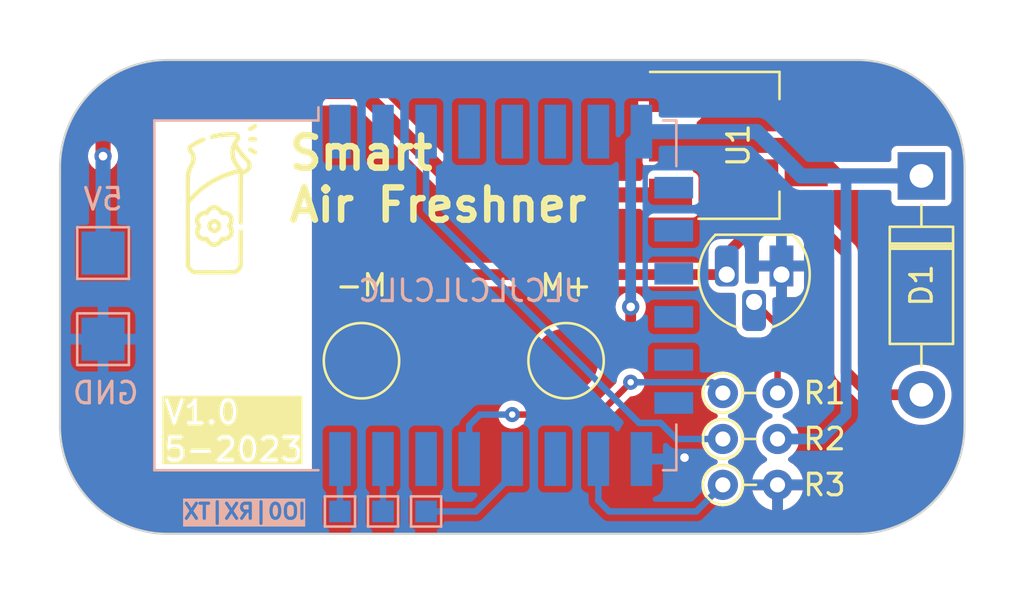
<source format=kicad_pcb>
(kicad_pcb (version 20221018) (generator pcbnew)
  (layers (0 "F.Cu" signal) (31 "B.Cu" signal) (34 "B.Paste" user) (35 "F.Paste" user) (36 "B.SilkS" user "B.Silkscreen") (37 "F.SilkS" user "F.Silkscreen") (38 "B.Mask" user) (39 "F.Mask" user) (44 "Edge.Cuts" user))
  (net 0 "")
  (net 1 "+3.3V")
  (net 2 "Net-(U3-EN)")
  (net 3 "Net-(U3-GPIO15)")
  (net 4 "GND")
  (net 14 "/IO0")
  (net 15 "/M-")
  (net 16 "Net-(Q1-B)")
  (net 17 "/MOTOR")
  (net 18 "/TX")
  (net 19 "/RX")
  (net 20 "+5V")
  (footprint "Package_TO_SOT_SMD:SOT-223-3_TabPin2" (layer "F.Cu") (at 160.785546 96.250022)
    (fp_text reference "U1" (at 0 0 90) (layer "F.SilkS"))
    (fp_text value "AMS1117-3.3" hide)
    (fp_line (start -4.1 -3.41) (end 1.91 -3.41) (stroke (width 0.12)) (layer "F.SilkS"))
    (fp_line (start -1.85 3.41) (end 1.91 3.41) (stroke (width 0.12)) (layer "F.SilkS"))
    (fp_line (start 1.91 -3.41) (end 1.91 -2.15) (stroke (width 0.12)) (layer "F.SilkS"))
    (fp_line (start 1.91 3.41) (end 1.91 2.15) (stroke (width 0.12)) (layer "F.SilkS"))
    (pad "1" smd rect (at -3.15 -2.3) (size 2 1.5) (layers "F.Cu" "F.Paste" "F.Mask") (net 4 "GND"))
    (pad "2" smd rect (at -3.15 0) (size 2 1.5) (layers "F.Cu" "F.Paste" "F.Mask") (net 1 "+3.3V"))
    (pad "2" smd rect (at 3.15 0) (size 2 3.8) (layers "F.Cu" "F.Paste" "F.Mask") (net 1 "+3.3V"))
    (pad "3" smd rect (at -3.15 2.3) (size 2 1.5) (layers "F.Cu" "F.Paste" "F.Mask") (net 20 "+5V"))
  )
  (footprint "TestPoint:TestPoint_Pad_D3.0mm" (layer "F.Cu") (at 152.785546 106.250022)
    (fp_text reference "TP6" hide)
    (fp_text value "M+" (at 0 -3.5) (layer "F.SilkS" knockout))
    (fp_circle (center 0 0) (end 0 1.75) (stroke (width 0.12)) (fill none) (layer "F.SilkS"))
    (pad "1" smd circle (at 0 0) (size 3 3) (layers "F.Cu" "F.Mask") (net 1 "+3.3V"))
  )
  (footprint "Diode_THT:D_DO-41_SOD81_P10.16mm_Horizontal" (layer "F.Cu") (at 169.285546 97.670022 -90)
    (fp_text reference "D1" (at 5.08 0 90) (layer "F.SilkS"))
    (fp_text value "1N4007" hide)
    (fp_line (start 1.34 0) (end 2.36 0) (stroke (width 0.12)) (layer "F.SilkS"))
    (fp_line (start 2.36 -1.47) (end 2.36 1.47) (stroke (width 0.12)) (layer "F.SilkS"))
    (fp_line (start 2.36 1.47) (end 7.8 1.47) (stroke (width 0.12)) (layer "F.SilkS"))
    (fp_line (start 3.14 -1.47) (end 3.14 1.47) (stroke (width 0.12)) (layer "F.SilkS"))
    (fp_line (start 3.26 -1.47) (end 3.26 1.47) (stroke (width 0.12)) (layer "F.SilkS"))
    (fp_line (start 3.38 -1.47) (end 3.38 1.47) (stroke (width 0.12)) (layer "F.SilkS"))
    (fp_line (start 7.8 -1.47) (end 2.36 -1.47) (stroke (width 0.12)) (layer "F.SilkS"))
    (fp_line (start 7.8 1.47) (end 7.8 -1.47) (stroke (width 0.12)) (layer "F.SilkS"))
    (fp_line (start 8.82 0) (end 7.8 0) (stroke (width 0.12)) (layer "F.SilkS"))
    (pad "1" thru_hole rect (at 0 0 270) (size 2.2 2.2) (drill 1.1) (layers "*.Cu" "*.Mask") (net 1 "+3.3V"))
    (pad "2" thru_hole oval (at 10.16 0 270) (size 2.2 2.2) (drill 1.1) (layers "*.Cu" "*.Mask") (net 15 "/M-"))
  )
  (footprint "Package_TO_SOT_THT:TO-92_HandSolder" (layer "F.Cu") (at 162.785546 102.250022 180)
    (fp_text reference "Q1" hide)
    (fp_text value "2N2222" hide)
    (fp_line (start -0.53 1.85) (end 3.07 1.85) (stroke (width 0.12)) (layer "F.SilkS"))
    (fp_arc (start -0.541875 1.841741) (mid -1.247231 -0.581764) (end 0.45 -2.45) (stroke (width 0.12)) (layer "F.SilkS"))
    (fp_arc (start 2.05 -2.45) (mid 3.769931 -0.601036) (end 3.078445 1.827684) (stroke (width 0.12)) (layer "F.SilkS"))
    (pad "1" thru_hole rect (at 0 0 180) (size 1.1 1.9) (drill 0.75 (offset 0 0.4)) (layers "*.Cu" "*.Mask") (net 4 "GND"))
    (pad "2" thru_hole roundrect (at 1.27 -1.27 180) (size 1.1 1.9) (drill 0.75 (offset 0 -0.4)) (layers "*.Cu" "*.Mask") (net 16 "Net-(Q1-B)"))
    (pad "3" thru_hole roundrect (at 2.54 0 180) (size 1.1 1.9) (drill 0.75 (offset 0 0.4)) (layers "*.Cu" "*.Mask") (net 15 "/M-"))
  )
  (footprint "TestPoint:TestPoint_Pad_D3.0mm" (layer "F.Cu") (at 143.285546 106.250022)
    (fp_text reference "TP7" hide)
    (fp_text value "M-" (at 0 -3.5) (layer "F.SilkS" knockout) (effects (justify mirror)))
    (fp_circle (center 0 0) (end 0 1.75) (stroke (width 0.12)) (fill none) (layer "F.SilkS"))
    (pad "1" smd circle (at 0 0) (size 3 3) (layers "F.Cu" "F.Mask") (net 15 "/M-"))
  )
  (footprint "LOGO" (layer "F.Cu") (at 136.785546 98.750022)
    (fp_text reference "G***" hide)
    (fp_text value "LOGO" hide)
    (fp_poly (pts (xy 1.354637 -2.400068) (xy 1.39911 -2.380691) (xy 1.453389 -2.352779) (xy 1.511317 -2.319916) (xy 1.566739 -2.285687) (xy 1.613498 -2.253678) (xy 1.645437 -2.227474) (xy 1.655072 -2.215764) (xy 1.667993 -2.167412) (xy 1.653738 -2.12185) (xy 1.63514 -2.098947) (xy 1.605365 -2.076352) (xy 1.572168 -2.068121) (xy 1.531176 -2.075016) (xy 1.478015 -2.0978) (xy 1.408311 -2.137234) (xy 1.405423 -2.138982) (xy 1.337247 -2.181089) (xy 1.289409 -2.213201) (xy 1.258389 -2.238708) (xy 1.240666 -2.260996) (xy 1.23272 -2.283456) (xy 1.231018 -2.306859) (xy 1.242512 -2.356207) (xy 1.27345 -2.391471) (xy 1.318515 -2.407035) (xy 1.326128 -2.407323)) (fill solid) (layer "F.SilkS"))
    (fp_poly (pts (xy 1.602854 -3.490672) (xy 1.638519 -3.463675) (xy 1.663058 -3.429074) (xy 1.668713 -3.405538) (xy 1.665239 -3.377496) (xy 1.652458 -3.351835) (xy 1.626832 -3.325055) (xy 1.584822 -3.293658) (xy 1.52289 -3.254144) (xy 1.503978 -3.242647) (xy 1.428719 -3.199572) (xy 1.370933 -3.172791) (xy 1.326793 -3.161439) (xy 1.292471 -3.164646) (xy 1.264137 -3.181545) (xy 1.258374 -3.186968) (xy 1.235275 -3.227398) (xy 1.232295 -3.274929) (xy 1.249178 -3.318657) (xy 1.261793 -3.332964) (xy 1.296653 -3.359943) (xy 1.344979 -3.391759) (xy 1.400484 -3.424917) (xy 1.456878 -3.455922) (xy 1.507872 -3.481281) (xy 1.547179 -3.497499) (xy 1.56523 -3.501561)) (fill solid) (layer "F.SilkS"))
    (fp_poly (pts (xy 1.515346 -2.885683) (xy 1.561219 -2.883878) (xy 1.591399 -2.879592) (xy 1.611718 -2.871779) (xy 1.628004 -2.859393) (xy 1.63514 -2.852479) (xy 1.658466 -2.819144) (xy 1.668693 -2.784707) (xy 1.668713 -2.783468) (xy 1.65923 -2.749363) (xy 1.636295 -2.715632) (xy 1.63514 -2.714456) (xy 1.618912 -2.699887) (xy 1.601159 -2.690276) (xy 1.576103 -2.684599) (xy 1.537964 -2.68183) (xy 1.480966 -2.680942) (xy 1.446033 -2.680883) (xy 1.378052 -2.681268) (xy 1.331768 -2.683068) (xy 1.301524 -2.687248) (xy 1.281663 -2.694776) (xy 1.26653 -2.706618) (xy 1.260758 -2.71254) (xy 1.235598 -2.756583) (xy 1.233714 -2.804643) (xy 1.254992 -2.848249) (xy 1.262675 -2.856312) (xy 1.279068 -2.869401) (xy 1.298788 -2.877991) (xy 1.327615 -2.88301) (xy 1.371331 -2.885385) (xy 1.435717 -2.886044) (xy 1.447949 -2.886053)) (fill solid) (layer "F.SilkS"))
    (fp_poly (pts (xy -0.240135 0.928142) (xy -0.163315 0.962782) (xy -0.093941 1.022595) (xy -0.087365 1.029915) (xy -0.032615 1.110251) (xy -0.004245 1.195014) (xy -0.002257 1.281393) (xy -0.02665 1.366579) (xy -0.077424 1.447762) (xy -0.087365 1.459477) (xy -0.159597 1.522762) (xy -0.24123 1.561121) (xy -0.329118 1.57389) (xy -0.420118 1.560407) (xy -0.472449 1.540593) (xy -0.55224 1.48966) (xy -0.610838 1.422004) (xy -0.646949 1.339676) (xy -0.659278 1.244725) (xy -0.659278 1.244696) (xy -0.451373 1.244696) (xy -0.44586 1.286403) (xy -0.424779 1.318243) (xy -0.40929 1.332387) (xy -0.366515 1.360403) (xy -0.325224 1.366177) (xy -0.281216 1.35443) (xy -0.252119 1.333406) (xy -0.22628 1.299103) (xy -0.22308 1.29288) (xy -0.209035 1.258992) (xy -0.208205 1.233731) (xy -0.220589 1.20177) (xy -0.22308 1.196512) (xy -0.257909 1.149377) (xy -0.303224 1.125902) (xy -0.35413 1.127126) (xy -0.405732 1.154088) (xy -0.40929 1.157005) (xy -0.439128 1.188961) (xy -0.450479 1.224701) (xy -0.451373 1.244696) (xy -0.659278 1.244696) (xy -0.646744 1.151739) (xy -0.61123 1.070041) (xy -0.555863 1.002702) (xy -0.483776 0.952822) (xy -0.398097 0.9235) (xy -0.328271 0.916859)) (fill solid) (layer "F.SilkS"))
    (fp_poly (pts (xy -0.236206 0.279772) (xy -0.209785 0.285959) (xy -0.135301 0.31718) (xy -0.06147 0.367582) (xy 0.002504 0.430361) (xy 0.024376 0.459011) (xy 0.050194 0.495068) (xy 0.071436 0.515974) (xy 0.097325 0.526836) (xy 0.137086 0.532759) (xy 0.161954 0.535173) (xy 0.272687 0.557878) (xy 0.36958 0.604046) (xy 0.438856 0.659255) (xy 0.503851 0.740593) (xy 0.546923 0.834417) (xy 0.56716 0.935689) (xy 0.563648 1.039376) (xy 0.535473 1.14044) (xy 0.528873 1.155475) (xy 0.491077 1.23723) (xy 0.528053 1.310311) (xy 0.555112 1.378653) (xy 0.569006 1.455264) (xy 0.571101 1.4816) (xy 0.567921 1.584321) (xy 0.543281 1.674262) (xy 0.495102 1.756741) (xy 0.438474 1.820667) (xy 0.361847 1.883905) (xy 0.281455 1.923544) (xy 0.18951 1.943044) (xy 0.157297 1.945549) (xy 0.11471 1.9497) (xy 0.088134 1.960754) (xy 0.066226 1.985106) (xy 0.053643 2.004011) (xy -0.016403 2.089894) (xy -0.101426 2.15561) (xy -0.197496 2.199322) (xy -0.300682 2.219194) (xy -0.397597 2.214986) (xy -0.447743 2.202461) (xy -0.503717 2.181927) (xy -0.528086 2.170673) (xy -0.57714 2.139765) (xy -0.627597 2.098187) (xy -0.67266 2.05259) (xy -0.705534 2.009628) (xy -0.717462 1.985298) (xy -0.726788 1.967992) (xy -0.745542 1.959152) (xy -0.781232 1.956127) (xy -0.80057 1.955951) (xy -0.901729 1.942744) (xy -0.99752 1.904985) (xy -1.083381 1.845466) (xy -1.154753 1.766978) (xy -1.183606 1.721447) (xy -1.202972 1.684009) (xy -1.214979 1.65122) (xy -1.22135 1.614435) (xy -1.223811 1.565009) (xy -1.22413 1.518255) (xy -1.223153 1.453255) (xy -1.219252 1.407023) (xy -1.210885 1.371003) (xy -1.19651 1.336642) (xy -1.188607 1.32121) (xy -1.153133 1.254106) (xy -1.195315 1.172317) (xy -1.229529 1.077259) (xy -1.237781 0.991677) (xy -1.025849 0.991677) (xy -1.011057 1.064376) (xy -0.977208 1.132311) (xy -0.974808 1.135756) (xy -0.939859 1.191381) (xy -0.92421 1.235802) (xy -0.926619 1.275881) (xy -0.942737 1.313086) (xy -0.98497 1.392192) (xy -1.011854 1.454717) (xy -1.024276 1.50609) (xy -1.023128 1.551745) (xy -1.009298 1.597113) (xy -0.994351 1.628226) (xy -0.948548 1.6899) (xy -0.887962 1.728977) (xy -0.811883 1.745799) (xy -0.752288 1.744827) (xy -0.685385 1.743422) (xy -0.634919 1.755864) (xy -0.594414 1.785903) (xy -0.557396 1.837288) (xy -0.540695 1.867337) (xy -0.492189 1.938823) (xy -0.434564 1.985167) (xy -0.366006 2.007588) (xy -0.328271 2.010213) (xy -0.257328 1.998842) (xy -0.212008 1.979662) (xy -0.168029 1.946329) (xy -0.132021 1.897044) (xy -0.119654 1.873883) (xy -0.085282 1.811948) (xy -0.051965 1.771763) (xy -0.012882 1.748882) (xy 0.03879 1.738858) (xy 0.090215 1.737103) (xy 0.181246 1.729762) (xy 0.251544 1.707019) (xy 0.303683 1.667797) (xy 0.325827 1.638363) (xy 0.357674 1.572272) (xy 0.367303 1.509359) (xy 0.354369 1.444198) (xy 0.318524 1.371362) (xy 0.307663 1.353978) (xy 0.274428 1.293545) (xy 0.262111 1.242268) (xy 0.270715 1.191727) (xy 0.300243 1.1335) (xy 0.307755 1.121594) (xy 0.3359 1.073485) (xy 0.350416 1.0333) (xy 0.355386 0.988122) (xy 0.355628 0.970201) (xy 0.345502 0.893093) (xy 0.313876 0.831946) (xy 0.258877 0.783696) (xy 0.232415 0.768594) (xy 0.191917 0.750558) (xy 0.154929 0.742894) (xy 0.108745 0.743617) (xy 0.085939 0.745698) (xy 0.014101 0.746552) (xy -0.039633 0.730437) (xy -0.080519 0.694617) (xy -0.110601 0.643434) (xy -0.157272 0.565447) (xy -0.213538 0.512683) (xy -0.280424 0.484386) (xy -0.33378 0.478729) (xy -0.411499 0.491424) (xy -0.478462 0.528738) (xy -0.533083 0.589517) (xy -0.563221 0.645631) (xy -0.588122 0.693787) (xy -0.617249 0.725215) (xy -0.656786 0.743208) (xy -0.712917 0.751061) (xy -0.763462 0.752289) (xy -0.842629 0.757362) (xy -0.902879 0.774754) (xy -0.95111 0.807718) (xy -0.994218 0.859511) (xy -0.995945 0.862038) (xy -1.021005 0.921727) (xy -1.025849 0.991677) (xy -1.237781 0.991677) (xy -1.239255 0.976394) (xy -1.225205 0.874555) (xy -1.188091 0.776576) (xy -1.128626 0.687289) (xy -1.122776 0.680496) (xy -1.06324 0.628848) (xy -0.985775 0.585052) (xy -0.89959 0.553523) (xy -0.8299 0.540031) (xy -0.781829 0.53379) (xy -0.752743 0.525195) (xy -0.734336 0.510054) (xy -0.718299 0.484173) (xy -0.717958 0.483541) (xy -0.673562 0.422964) (xy -0.609888 0.365148) (xy -0.534724 0.316809) (xy -0.5111 0.30516) (xy -0.426949 0.279204) (xy -0.331749 0.270513)) (fill solid) (layer "F.SilkS"))
    (fp_poly (pts (xy 0.56441 -3.116712) (xy 0.632591 -3.11295) (xy 0.685155 -3.104964) (xy 0.725989 -3.092005) (xy 0.758983 -3.073324) (xy 0.788026 -3.048173) (xy 0.804915 -3.029957) (xy 0.851077 -2.962683) (xy 0.871844 -2.893491) (xy 0.867182 -2.820251) (xy 0.837058 -2.740833) (xy 0.799292 -2.678206) (xy 0.772353 -2.638645) (xy 0.754708 -2.608133) (xy 0.747176 -2.581444) (xy 0.750577 -2.553353) (xy 0.765728 -2.518636) (xy 0.79345 -2.472065) (xy 0.834561 -2.408417) (xy 0.843821 -2.394167) (xy 0.920813 -2.28166) (xy 1.003476 -2.173779) (xy 1.097411 -2.063593) (xy 1.203487 -1.949111) (xy 1.27414 -1.872454) (xy 1.326204 -1.808185) (xy 1.362262 -1.751365) (xy 1.384895 -1.697059) (xy 1.396687 -1.64033) (xy 1.40022 -1.576239) (xy 1.400226 -1.572967) (xy 1.392154 -1.478899) (xy 1.365684 -1.397545) (xy 1.317438 -1.319582) (xy 1.300755 -1.298528) (xy 1.249826 -1.251322) (xy 1.182654 -1.208777) (xy 1.110305 -1.177129) (xy 1.063839 -1.165022) (xy 1.005331 -1.155036) (xy 0.998492 -0.001937) (xy 0.997265 0.202337) (xy 0.996132 0.381004) (xy 0.995044 0.535812) (xy 0.99395 0.668508) (xy 0.992801 0.780842) (xy 0.991548 0.874562) (xy 0.990139 0.951415) (xy 0.988526 1.01315) (xy 0.986659 1.061515) (xy 0.984488 1.098258) (xy 0.981964 1.125127) (xy 0.979035 1.143871) (xy 0.975654 1.156238) (xy 0.971769 1.163976) (xy 0.967331 1.168833) (xy 0.965103 1.170572) (xy 0.919545 1.189164) (xy 0.871036 1.186176) (xy 0.829665 1.162779) (xy 0.821671 1.153944) (xy 0.816654 1.147192) (xy 0.812267 1.139347) (xy 0.808467 1.128635) (xy 0.805212 1.113283) (xy 0.802461 1.091517) (xy 0.800171 1.061564) (xy 0.798299 1.021649) (xy 0.796804 0.969999) (xy 0.795643 0.90484) (xy 0.794774 0.8244) (xy 0.794154 0.726903) (xy 0.793742 0.610577) (xy 0.793495 0.473648) (xy 0.793371 0.314342) (xy 0.793328 0.130885) (xy 0.793323 -0.036039) (xy 0.793233 -0.211078) (xy 0.792972 -0.378044) (xy 0.792553 -0.534943) (xy 0.791991 -0.679782) (xy 0.791297 -0.810567) (xy 0.790487 -0.925305) (xy 0.789573 -1.022002) (xy 0.788568 -1.098663) (xy 0.787486 -1.153296) (xy 0.786341 -1.183907) (xy 0.785543 -1.189984) (xy 0.769835 -1.186819) (xy 0.733549 -1.178273) (xy 0.682601 -1.165765) (xy 0.639827 -1.155019) (xy 0.334153 -1.063736) (xy 0.036813 -0.947475) (xy -0.25017 -0.807504) (xy -0.524775 -0.645092) (xy -0.78498 -0.461509) (xy -1.028764 -0.258024) (xy -1.254105 -0.035906) (xy -1.391836 0.120393) (xy -1.463543 0.20659) (xy -1.463217 1.604453) (xy -1.463049 1.807252) (xy -1.462652 2.001005) (xy -1.46204 2.183963) (xy -1.461231 2.354378) (xy -1.460238 2.510502) (xy -1.459078 2.650586) (xy -1.457765 2.772883) (xy -1.456315 2.875644) (xy -1.454744 2.957121) (xy -1.453067 3.015565) (xy -1.451299 3.04923) (xy -1.450435 3.05602) (xy -1.421226 3.128968) (xy -1.372029 3.196313) (xy -1.309956 3.248704) (xy -1.2988 3.255358) (xy -1.237857 3.289553) (xy -0.362466 3.293571) (xy -0.172014 3.294308) (xy -0.007303 3.29463) (xy 0.133281 3.294517) (xy 0.251348 3.293946) (xy 0.348513 3.292895) (xy 0.426387 3.291342) (xy 0.486583 3.289265) (xy 0.530713 3.286642) (xy 0.560391 3.283452) (xy 0.573719 3.28079) (xy 0.631169 3.254649) (xy 0.688351 3.211556) (xy 0.737586 3.158884) (xy 0.771198 3.104009) (xy 0.778203 3.084384) (xy 0.782002 3.056195) (xy 0.785246 3.00137) (xy 0.787936 2.919795) (xy 0.790075 2.81136) (xy 0.791664 2.675951) (xy 0.792705 2.513457) (xy 0.793201 2.323767) (xy 0.793246 2.245986) (xy 0.793323 1.4623) (xy 0.826896 1.428727) (xy 0.870382 1.40053) (xy 0.916729 1.39946) (xy 0.962854 1.423818) (xy 0.999295 1.452482) (xy 0.995474 2.28895) (xy 0.991653 3.125417) (xy 0.954885 3.203871) (xy 0.901004 3.290892) (xy 0.827087 3.370302) (xy 0.740452 3.434783) (xy 0.704118 3.454639) (xy 0.622348 3.494723) (xy -0.307754 3.49746) (xy -0.500262 3.497917) (xy -0.667124 3.49806) (xy -0.81005 3.497863) (xy -0.930748 3.4973) (xy -1.030929 3.496344) (xy -1.1123 3.494972) (xy -1.17657 3.493156) (xy -1.22545 3.490871) (xy -1.260648 3.488092) (xy -1.283872 3.484791) (xy -1.292569 3.482616) (xy -1.404044 3.432851) (xy -1.50064 3.361066) (xy -1.579443 3.269826) (xy -1.625216 3.189951) (xy -1.661874 3.11174) (xy -1.661874 0.977975) (xy -1.661874 -1.155789) (xy -1.629313 -1.283343) (xy -1.614724 -1.335278) (xy -1.596824 -1.387631) (xy -1.573693 -1.444741) (xy -1.543413 -1.510942) (xy -1.504064 -1.590571) (xy -1.453726 -1.687964) (xy -1.431707 -1.729796) (xy -1.413093 -1.777226) (xy -1.404108 -1.835042) (xy -1.402522 -1.880254) (xy -1.406152 -1.954485) (xy -1.420254 -2.016594) (xy -1.448267 -2.076511) (xy -1.493626 -2.144169) (xy -1.494075 -2.144778) (xy -1.545744 -2.222789) (xy -1.575948 -2.290151) (xy -1.585684 -2.351827) (xy -1.57595 -2.412779) (xy -1.557318 -2.459268) (xy -1.532032 -2.500129) (xy -1.495363 -2.536792) (xy -1.44038 -2.576126) (xy -1.437636 -2.577895) (xy -1.35692 -2.627425) (xy -1.269105 -2.677333) (xy -1.178398 -2.725603) (xy -1.089009 -2.770225) (xy -1.005147 -2.809185) (xy -0.931022 -2.84047) (xy -0.870841 -2.862067) (xy -0.828816 -2.871964) (xy -0.821851 -2.872375) (xy -0.780633 -2.86019) (xy -0.746003 -2.829464) (xy -0.726559 -2.788937) (xy -0.724933 -2.773843) (xy -0.72972 -2.743671) (xy -0.746303 -2.716407) (xy -0.778015 -2.689381) (xy -0.828187 -2.659927) (xy -0.900153 -2.625377) (xy -0.923351 -2.615006) (xy -1.004614 -2.577585) (xy -1.086487 -2.537247) (xy -1.165226 -2.496118) (xy -1.23709 -2.456323) (xy -1.298336 -2.419989) (xy -1.34522 -2.38924) (xy -1.374 -2.366202) (xy -1.381475 -2.354831) (xy -1.373799 -2.340006) (xy -1.353523 -2.309663) (xy -1.324773 -2.269928) (xy -1.319908 -2.263436) (xy -1.254066 -2.158446) (xy -1.212882 -2.048899) (xy -1.193807 -1.928594) (xy -1.194362 -1.827687) (xy -1.212018 -1.730711) (xy -1.248584 -1.630863) (xy -1.298965 -1.533255) (xy -1.376083 -1.37514) (xy -1.428111 -1.214382) (xy -1.450494 -1.089642) (xy -1.453737 -1.047553) (xy -1.456686 -0.982613) (xy -1.459233 -0.899325) (xy -1.461271 -0.802193) (xy -1.462692 -0.695721) (xy -1.463387 -0.584413) (xy -1.463439 -0.548709) (xy -1.463543 -0.119443) (xy -1.337022 -0.249031) (xy -1.098059 -0.474365) (xy -0.840868 -0.680098) (xy -0.567467 -0.865026) (xy -0.279877 -1.027943) (xy 0.019884 -1.167646) (xy 0.329795 -1.282927) (xy 0.465051 -1.32451) (xy 0.529836 -1.342686) (xy 0.590315 -1.35876) (xy 0.638343 -1.370613) (xy 0.659962 -1.375223) (xy 0.692806 -1.382676) (xy 0.710347 -1.38958) (xy 0.711255 -1.390948) (xy 0.703754 -1.404045) (xy 0.683531 -1.434217) (xy 0.654005 -1.476452) (xy 0.630644 -1.509108) (xy 0.546142 -1.636996) (xy 0.483685 -1.757931) (xy 0.441208 -1.877891) (xy 0.416649 -2.002853) (xy 0.407942 -2.138792) (xy 0.407863 -2.154281) (xy 0.408536 -2.165213) (xy 0.61647 -2.165213) (xy 0.619921 -2.066771) (xy 0.63332 -1.976139) (xy 0.658568 -1.888519) (xy 0.697566 -1.799111) (xy 0.752212 -1.703118) (xy 0.824408 -1.59574) (xy 0.862998 -1.542602) (xy 0.915502 -1.472503) (xy 0.955673 -1.422512) (xy 0.986964 -1.390394) (xy 1.012828 -1.373915) (xy 1.036718 -1.370839) (xy 1.062087 -1.378932) (xy 1.090944 -1.395079) (xy 1.145695 -1.443581) (xy 1.179772 -1.507058) (xy 1.189933 -1.570447) (xy 1.188564 -1.604631) (xy 1.182513 -1.634189) (xy 1.168962 -1.66372) (xy 1.145093 -1.697827) (xy 1.108088 -1.741109) (xy 1.055128 -1.798169) (xy 1.041907 -1.812132) (xy 0.898602 -1.971929) (xy 0.772739 -2.130273) (xy 0.699511 -2.234144) (xy 0.668102 -2.279143) (xy 0.645862 -2.303515) (xy 0.631186 -2.305926) (xy 0.62247 -2.285045) (xy 0.618108 -2.239539) (xy 0.616496 -2.168076) (xy 0.61647 -2.165213) (xy 0.408536 -2.165213) (xy 0.417301 -2.307556) (xy 0.446847 -2.448877) (xy 0.498352 -2.583892) (xy 0.573666 -2.718248) (xy 0.610283 -2.772241) (xy 0.639128 -2.814675) (xy 0.660372 -2.849282) (xy 0.67002 -2.869482) (xy 0.670221 -2.870925) (xy 0.664723 -2.887451) (xy 0.646354 -2.899435) (xy 0.612299 -2.907238) (xy 0.559744 -2.911225) (xy 0.485876 -2.911757) (xy 0.38788 -2.909199) (xy 0.376636 -2.908787) (xy 0.207791 -2.898914) (xy 0.040156 -2.882425) (xy -0.11884 -2.860276) (xy -0.261767 -2.833421) (xy -0.324017 -2.818749) (xy -0.379279 -2.805501) (xy -0.427244 -2.795542) (xy -0.459515 -2.790573) (xy -0.464532 -2.790307) (xy -0.499101 -2.801915) (xy -0.532337 -2.830551) (xy -0.555413 -2.866937) (xy -0.560797 -2.891507) (xy -0.554693 -2.927417) (xy -0.534288 -2.956816) (xy -0.496443 -2.981675) (xy -0.438021 -3.003962) (xy -0.355882 -3.025648) (xy -0.341949 -3.02883) (xy -0.207471 -3.057267) (xy -0.084943 -3.078768) (xy 0.034498 -3.094406) (xy 0.159714 -3.105255) (xy 0.299568 -3.112389) (xy 0.365639 -3.114559) (xy 0.476723 -3.116999)) (fill solid) (layer "F.SilkS"))
  )
  (footprint "Resistor_THT:R_Axial_DIN0204_L3.6mm_D1.6mm_P2.54mm_Vertical" (layer "F.Cu") (at 160.065546 112.013631)
    (fp_text reference "R3" (at 4.72 0.004391) (layer "F.SilkS"))
    (fp_text value "10k" hide)
    (fp_line (start 0.92 0) (end 1.54 0) (stroke (width 0.12)) (layer "F.SilkS"))
    (fp_circle (center 0 0) (end 0.92 0) (stroke (width 0.12)) (fill none) (layer "F.SilkS"))
    (pad "1" thru_hole circle (at 0 0) (size 1.4 1.4) (drill 0.7) (layers "*.Cu" "*.Mask") (net 3 "Net-(U3-GPIO15)"))
    (pad "2" thru_hole oval (at 2.54 0) (size 1.4 1.4) (drill 0.7) (layers "*.Cu" "*.Mask") (net 4 "GND"))
  )
  (footprint "Resistor_THT:R_Axial_DIN0204_L3.6mm_D1.6mm_P2.54mm_Vertical" (layer "F.Cu") (at 160.065546 107.750022)
    (fp_text reference "R1" (at 4.72 0) (layer "F.SilkS"))
    (fp_text value "1k" hide)
    (fp_line (start 0.92 0) (end 1.54 0) (stroke (width 0.12)) (layer "F.SilkS"))
    (fp_circle (center 0 0) (end 0.92 0) (stroke (width 0.12)) (fill none) (layer "F.SilkS"))
    (pad "1" thru_hole circle (at 0 0) (size 1.4 1.4) (drill 0.7) (layers "*.Cu" "*.Mask") (net 17 "/MOTOR"))
    (pad "2" thru_hole oval (at 2.54 0) (size 1.4 1.4) (drill 0.7) (layers "*.Cu" "*.Mask") (net 16 "Net-(Q1-B)"))
  )
  (footprint "Resistor_THT:R_Axial_DIN0204_L3.6mm_D1.6mm_P2.54mm_Vertical" (layer "F.Cu") (at 160.065546 109.883771)
    (fp_text reference "R2" (at 4.72 0.000251) (layer "F.SilkS"))
    (fp_text value "10k" hide)
    (fp_line (start 0.92 0) (end 1.54 0) (stroke (width 0.12)) (layer "F.SilkS"))
    (fp_circle (center 0 0) (end 0.92 0) (stroke (width 0.12)) (fill none) (layer "F.SilkS"))
    (pad "1" thru_hole circle (at 0 0) (size 1.4 1.4) (drill 0.7) (layers "*.Cu" "*.Mask") (net 2 "Net-(U3-EN)"))
    (pad "2" thru_hole oval (at 2.54 0) (size 1.4 1.4) (drill 0.7) (layers "*.Cu" "*.Mask") (net 1 "+3.3V"))
  )
  (footprint "TestPoint:TestPoint_Pad_2.0x2.0mm" (layer "B.Cu") (at 131.285546 105.250022 180)
    (fp_text reference "TP4" hide)
    (fp_text value "GND" (at 1.5 -2.5) (layer "B.SilkS" knockout) (effects (justify right mirror)))
    (fp_line (start -1.2 -1.2) (end -1.2 1.2) (stroke (width 0.12)) (layer "B.SilkS"))
    (fp_line (start -1.2 1.2) (end 1.2 1.2) (stroke (width 0.12)) (layer "B.SilkS"))
    (fp_line (start 1.2 -1.2) (end -1.2 -1.2) (stroke (width 0.12)) (layer "B.SilkS"))
    (fp_line (start 1.2 1.2) (end 1.2 -1.2) (stroke (width 0.12)) (layer "B.SilkS"))
    (pad "1" smd rect (at 0 0 180) (size 2 2) (layers "B.Cu" "B.Mask") (net 4 "GND"))
  )
  (footprint "TestPoint:TestPoint_Pad_2.0x2.0mm" (layer "B.Cu") (at 131.285546 101.250022 180)
    (fp_text reference "TP3" hide)
    (fp_text value "5V" (at 1 2.5) (layer "B.SilkS" knockout) (effects (justify right mirror)))
    (fp_line (start -1.2 -1.2) (end -1.2 1.2) (stroke (width 0.12)) (layer "B.SilkS"))
    (fp_line (start -1.2 1.2) (end 1.2 1.2) (stroke (width 0.12)) (layer "B.SilkS"))
    (fp_line (start 1.2 -1.2) (end -1.2 -1.2) (stroke (width 0.12)) (layer "B.SilkS"))
    (fp_line (start 1.2 1.2) (end 1.2 -1.2) (stroke (width 0.12)) (layer "B.SilkS"))
    (pad "1" smd rect (at 0 0 180) (size 2 2) (layers "B.Cu" "B.Mask") (net 20 "+5V"))
  )
  (footprint "TestPoint:TestPoint_Pad_1.0x1.0mm" (layer "B.Cu") (at 144.285546 113.250022 -90)
    (fp_text reference "TP2" hide)
    (fp_text value "RX" hide)
    (fp_line (start -0.7 -0.7) (end -0.7 0.7) (stroke (width 0.12)) (layer "B.SilkS"))
    (fp_line (start -0.7 0.7) (end 0.7 0.7) (stroke (width 0.12)) (layer "B.SilkS"))
    (fp_line (start 0.7 -0.7) (end -0.7 -0.7) (stroke (width 0.12)) (layer "B.SilkS"))
    (fp_line (start 0.7 0.7) (end 0.7 -0.7) (stroke (width 0.12)) (layer "B.SilkS"))
    (pad "1" smd rect (at 0 0 270) (size 1 1) (layers "B.Cu" "B.Mask") (net 19 "/RX"))
  )
  (footprint "TestPoint:TestPoint_Pad_1.0x1.0mm" (layer "B.Cu") (at 142.285546 113.250022 90)
    (fp_text reference "TP1" hide)
    (fp_text value "TX" hide)
    (fp_line (start -0.7 -0.7) (end -0.7 0.7) (stroke (width 0.12)) (layer "B.SilkS"))
    (fp_line (start -0.7 0.7) (end 0.7 0.7) (stroke (width 0.12)) (layer "B.SilkS"))
    (fp_line (start 0.7 -0.7) (end -0.7 -0.7) (stroke (width 0.12)) (layer "B.SilkS"))
    (fp_line (start 0.7 0.7) (end 0.7 -0.7) (stroke (width 0.12)) (layer "B.SilkS"))
    (pad "1" smd rect (at 0 0 90) (size 1 1) (layers "B.Cu" "B.Mask") (net 18 "/TX"))
  )
  (footprint "TestPoint:TestPoint_Pad_1.0x1.0mm" (layer "B.Cu") (at 146.285546 113.250022 90)
    (fp_text reference "TP5" hide)
    (fp_text value "IO0" hide)
    (fp_line (start -0.7 -0.7) (end -0.7 0.7) (stroke (width 0.12)) (layer "B.SilkS"))
    (fp_line (start -0.7 0.7) (end 0.7 0.7) (stroke (width 0.12)) (layer "B.SilkS"))
    (fp_line (start 0.7 -0.7) (end -0.7 -0.7) (stroke (width 0.12)) (layer "B.SilkS"))
    (fp_line (start 0.7 0.7) (end 0.7 -0.7) (stroke (width 0.12)) (layer "B.SilkS"))
    (pad "1" smd rect (at 0 0 90) (size 1 1) (layers "B.Cu" "B.Mask") (net 14 "/IO0"))
  )
  (footprint "RF_Module:ESP-12E" (layer "B.Cu") (at 145.785546 103.214022 -90)
    (fp_text reference "U3" hide)
    (fp_text value "ESP-12E" hide)
    (fp_line (start -8.12 -12.12) (end -8.12 -11.5) (stroke (width 0.12)) (layer "B.SilkS"))
    (fp_line (start -8.12 4.5) (end -8.73 4.5) (stroke (width 0.12)) (layer "B.SilkS"))
    (fp_line (start -8.12 4.5) (end -8.12 12.12) (stroke (width 0.12)) (layer "B.SilkS"))
    (fp_line (start -8.12 12.12) (end 8.12 12.12) (stroke (width 0.12)) (layer "B.SilkS"))
    (fp_line (start -6 -12.12) (end -8.12 -12.12) (stroke (width 0.12)) (layer "B.SilkS"))
    (fp_line (start 8.12 -12.12) (end 6 -12.12) (stroke (width 0.12)) (layer "B.SilkS"))
    (fp_line (start 8.12 -11.5) (end 8.12 -12.12) (stroke (width 0.12)) (layer "B.SilkS"))
    (fp_line (start 8.12 12.12) (end 8.12 4.5) (stroke (width 0.12)) (layer "B.SilkS"))
    (pad "1" smd rect (at -7.6 3.5 270) (size 2.5 1) (layers "B.Cu" "B.Paste" "B.Mask"))
    (pad "2" smd rect (at -7.6 1.5 270) (size 2.5 1) (layers "B.Cu" "B.Paste" "B.Mask"))
    (pad "3" smd rect (at -7.6 -0.5 270) (size 2.5 1) (layers "B.Cu" "B.Paste" "B.Mask") (net 2 "Net-(U3-EN)"))
    (pad "4" smd rect (at -7.6 -2.5 270) (size 2.5 1) (layers "B.Cu" "B.Paste" "B.Mask"))
    (pad "5" smd rect (at -7.6 -4.5 270) (size 2.5 1) (layers "B.Cu" "B.Paste" "B.Mask"))
    (pad "6" smd rect (at -7.6 -6.5 270) (size 2.5 1) (layers "B.Cu" "B.Paste" "B.Mask"))
    (pad "7" smd rect (at -7.6 -8.5 270) (size 2.5 1) (layers "B.Cu" "B.Paste" "B.Mask"))
    (pad "8" smd rect (at -7.6 -10.5 270) (size 2.5 1) (layers "B.Cu" "B.Paste" "B.Mask") (net 1 "+3.3V"))
    (pad "9" smd rect (at -5 -12 270) (size 1 1.8) (layers "B.Cu" "B.Paste" "B.Mask"))
    (pad "10" smd rect (at -3 -12 270) (size 1 1.8) (layers "B.Cu" "B.Paste" "B.Mask"))
    (pad "11" smd rect (at -1 -12 270) (size 1 1.8) (layers "B.Cu" "B.Paste" "B.Mask"))
    (pad "12" smd rect (at 1 -12 270) (size 1 1.8) (layers "B.Cu" "B.Paste" "B.Mask"))
    (pad "13" smd rect (at 3 -12 270) (size 1 1.8) (layers "B.Cu" "B.Paste" "B.Mask"))
    (pad "14" smd rect (at 5 -12 270) (size 1 1.8) (layers "B.Cu" "B.Paste" "B.Mask"))
    (pad "15" smd rect (at 7.6 -10.5 270) (size 2.5 1) (layers "B.Cu" "B.Paste" "B.Mask") (net 4 "GND"))
    (pad "16" smd rect (at 7.6 -8.5 270) (size 2.5 1) (layers "B.Cu" "B.Paste" "B.Mask") (net 3 "Net-(U3-GPIO15)"))
    (pad "17" smd rect (at 7.6 -6.5 270) (size 2.5 1) (layers "B.Cu" "B.Paste" "B.Mask"))
    (pad "18" smd rect (at 7.6 -4.5 270) (size 2.5 1) (layers "B.Cu" "B.Paste" "B.Mask") (net 14 "/IO0"))
    (pad "19" smd rect (at 7.6 -2.5 270) (size 2.5 1) (layers "B.Cu" "B.Paste" "B.Mask") (net 17 "/MOTOR"))
    (pad "20" smd rect (at 7.6 -0.5 270) (size 2.5 1) (layers "B.Cu" "B.Paste" "B.Mask"))
    (pad "21" smd rect (at 7.6 1.5 270) (size 2.5 1) (layers "B.Cu" "B.Paste" "B.Mask") (net 19 "/RX"))
    (pad "22" smd rect (at 7.6 3.5 270) (size 2.5 1) (layers "B.Cu" "B.Paste" "B.Mask") (net 18 "/TX"))
    (zone (net 0) (net_name "") (layers "*.Cu") (connect_pads (clearance 0)) (min_thickness 0.254)
      (keepout (tracks not_allowed) (vias not_allowed) (pads not_allowed) (copperpour not_allowed) (footprints not_allowed))
      (fill (thermal_gap 0.508) (thermal_bridge_width 0.508))
      (polygon (pts (xy 140.985546 95.094022) (xy 140.985546 111.334022) (xy 133.665546 111.334022) (xy 133.665546 95.094022)))
    )
  )
  (gr_line (start 171.285546 97.285556) (end 171.285546 109.285556) (stroke (width 0.1)) (layer "Edge.Cuts"))
  (gr_line (start 129.285546 109.285556) (end 129.285546 97.285556) (stroke (width 0.1)) (layer "Edge.Cuts"))
  (gr_arc (start 134.285546 114.285556) (mid 130.75 112.821092) (end 129.285546 109.285556) (stroke (width 0.1)) (layer "Edge.Cuts"))
  (gr_arc (start 166.285546 92.285556) (mid 169.821068 93.750024) (end 171.285546 97.285556) (stroke (width 0.1)) (layer "Edge.Cuts"))
  (gr_line (start 134.285546 92.285556) (end 166.285546 92.285556) (stroke (width 0.1)) (layer "Edge.Cuts"))
  (gr_arc (start 171.285546 109.285556) (mid 169.821068 112.821068) (end 166.285546 114.285556) (stroke (width 0.1)) (layer "Edge.Cuts"))
  (gr_arc (start 129.285546 97.285556) (mid 130.75 93.75) (end 134.285546 92.285556) (stroke (width 0.1)) (layer "Edge.Cuts"))
  (gr_line (start 166.285546 114.285556) (end 134.285546 114.285556) (stroke (width 0.1)) (layer "Edge.Cuts"))
  (gr_text "IO0|RX|TX" (at 140.785546 113.250022) (layer "B.SilkS" knockout) (effects (font (size 0.7 0.7) (thickness 0.15) bold) (justify left mirror)))
  (gr_text "JLCJLCJLCJLC" (at 148.285546 103.000022) (layer "B.SilkS") (effects (font (size 1 1)) (justify mirror)))
  (gr_text "V1.0\n5-2023" (at 134.035546 111.000022) (layer "F.SilkS" knockout) (effects (font (size 1.07 1.07)) (justify left bottom)))
  (gr_text "Smart \nAir Freshner" (at 139.785546 99.900022) (layer "F.SilkS") (effects (font (size 1.5 1.5) (thickness 0.3) bold) (justify left bottom)))
  (segment (start 157.635546 96.250022) (end 163.935546 96.250022) (width 0.7) (layer "F.Cu") (net 1))
  (segment (start 155.285546 105.250022) (end 155.785546 104.750022) (width 0.5) (layer "F.Cu") (net 1))
  (segment (start 169.285546 97.670022) (end 165.355546 97.670022) (width 0.7) (layer "F.Cu") (net 1))
  (segment (start 152.785546 106.250022) (end 153.785546 105.250022) (width 0.5) (layer "F.Cu") (net 1))
  (segment (start 153.785546 105.250022) (end 155.285546 105.250022) (width 0.5) (layer "F.Cu") (net 1))
  (segment (start 155.785546 104.750022) (end 155.785546 103.750022) (width 0.5) (layer "F.Cu") (net 1))
  (segment (start 165.355546 97.670022) (end 163.935546 96.250022) (width 0.7) (layer "F.Cu") (net 1))
  (via (at 155.785546 103.750022) (size 0.8) (drill 0.4) (layers "F.Cu" "B.Cu") (net 1))
  (segment (start 156.285546 95.614022) (end 161.649546 95.614022) (width 0.7) (layer "B.Cu") (net 1))
  (segment (start 155.785546 96.114022) (end 156.285546 95.614022) (width 0.5) (layer "B.Cu") (net 1))
  (segment (start 163.705546 97.670022) (end 165.785546 97.670022) (width 0.7) (layer "B.Cu") (net 1))
  (segment (start 165.785546 97.670022) (end 169.285546 97.670022) (width 0.7) (layer "B.Cu") (net 1))
  (segment (start 155.785546 103.750022) (end 155.785546 96.114022) (width 0.5) (layer "B.Cu") (net 1))
  (segment (start 164.651797 109.883771) (end 165.785546 108.750022) (width 0.5) (layer "B.Cu") (net 1))
  (segment (start 161.649546 95.614022) (end 163.705546 97.670022) (width 0.7) (layer "B.Cu") (net 1))
  (segment (start 165.785546 108.750022) (end 165.785546 97.670022) (width 0.5) (layer "B.Cu") (net 1))
  (segment (start 162.605546 109.883771) (end 164.651797 109.883771) (width 0.5) (layer "B.Cu") (net 1))
  (segment (start 156.174639 109.139115) (end 146.285546 99.250022) (width 0.3) (layer "B.Cu") (net 2))
  (segment (start 157.919295 109.883771) (end 157.174639 109.139115) (width 0.3) (layer "B.Cu") (net 2))
  (segment (start 157.174639 109.139115) (end 156.174639 109.139115) (width 0.3) (layer "B.Cu") (net 2))
  (segment (start 160.065546 109.883771) (end 157.919295 109.883771) (width 0.3) (layer "B.Cu") (net 2))
  (segment (start 146.285546 99.250022) (end 146.285546 95.614022) (width 0.3) (layer "B.Cu") (net 2))
  (segment (start 158.829155 113.250022) (end 160.065546 112.013631) (width 0.3) (layer "B.Cu") (net 3))
  (segment (start 154.785546 113.250022) (end 158.829155 113.250022) (width 0.3) (layer "B.Cu") (net 3))
  (segment (start 154.285546 110.814022) (end 154.285546 112.750022) (width 0.3) (layer "B.Cu") (net 3))
  (segment (start 154.285546 112.750022) (end 154.785546 113.250022) (width 0.3) (layer "B.Cu") (net 3))
  (via (at 158.285546 110.750022) (size 0.8) (drill 0.4) (layers "F.Cu" "B.Cu") (net 4))
  (segment (start 156.285546 110.814022) (end 158.108404 110.814022) (width 0.5) (layer "B.Cu") (net 4))
  (segment (start 158.236404 110.814022) (end 158.172404 110.814022) (width 0.5) (layer "B.Cu") (net 4))
  (segment (start 158.108404 110.814022) (end 158.285546 110.750022) (width 0.5) (layer "B.Cu") (net 4))
  (segment (start 158.285546 110.750022) (end 158.236404 110.814022) (width 0.5) (layer "B.Cu") (net 4))
  (segment (start 146.285546 113.250022) (end 148.599546 113.250022) (width 0.3) (layer "B.Cu") (net 14))
  (segment (start 150.285546 111.564022) (end 150.285546 110.814022) (width 0.3) (layer "B.Cu") (net 14))
  (segment (start 148.599546 113.250022) (end 150.285546 111.564022) (width 0.3) (layer "B.Cu") (net 14))
  (segment (start 144.285546 102.250022) (end 143.285546 103.250022) (width 0.5) (layer "F.Cu") (net 15))
  (segment (start 161.565694 99.969874) (end 164.505398 99.969874) (width 0.5) (layer "F.Cu") (net 15))
  (segment (start 143.285546 103.250022) (end 143.285546 106.250022) (width 0.5) (layer "F.Cu") (net 15))
  (segment (start 160.245546 102.250022) (end 144.285546 102.250022) (width 0.5) (layer "F.Cu") (net 15))
  (segment (start 160.245546 102.250022) (end 160.245546 101.290022) (width 0.5) (layer "F.Cu") (net 15))
  (segment (start 166.865546 107.830022) (end 169.285546 107.830022) (width 0.5) (layer "F.Cu") (net 15))
  (segment (start 165.785546 101.250022) (end 165.785546 106.750022) (width 0.5) (layer "F.Cu") (net 15))
  (segment (start 165.785546 106.750022) (end 166.865546 107.830022) (width 0.5) (layer "F.Cu") (net 15))
  (segment (start 164.505398 99.969874) (end 165.785546 101.250022) (width 0.5) (layer "F.Cu") (net 15))
  (segment (start 160.245546 101.290022) (end 161.565694 99.969874) (width 0.5) (layer "F.Cu") (net 15))
  (segment (start 162.605546 104.610022) (end 161.515546 103.520022) (width 0.3) (layer "F.Cu") (net 16))
  (segment (start 162.605546 107.750022) (end 162.605546 104.610022) (width 0.3) (layer "F.Cu") (net 16))
  (segment (start 155.785546 107.250022) (end 154.285546 108.750022) (width 0.3) (layer "F.Cu") (net 17))
  (segment (start 154.285546 108.750022) (end 150.285546 108.750022) (width 0.3) (layer "F.Cu") (net 17))
  (via (at 150.285546 108.750022) (size 0.7) (drill 0.3) (layers "F.Cu" "B.Cu") (net 17))
  (via (at 155.785546 107.250022) (size 0.7) (drill 0.3) (layers "F.Cu" "B.Cu") (net 17))
  (segment (start 148.285546 109.250022) (end 148.285546 110.814022) (width 0.3) (layer "B.Cu") (net 17))
  (segment (start 160.065546 107.750022) (end 159.565546 107.250022) (width 0.3) (layer "B.Cu") (net 17))
  (segment (start 148.785546 108.750022) (end 148.285546 109.250022) (width 0.3) (layer "B.Cu") (net 17))
  (segment (start 150.285546 108.750022) (end 148.785546 108.750022) (width 0.3) (layer "B.Cu") (net 17))
  (segment (start 159.565546 107.250022) (end 155.785546 107.250022) (width 0.3) (layer "B.Cu") (net 17))
  (segment (start 142.285546 113.250022) (end 142.285546 110.814022) (width 0.3) (layer "B.Cu") (net 18))
  (segment (start 144.285546 113.250022) (end 144.285546 110.814022) (width 0.3) (layer "B.Cu") (net 19))
  (segment (start 157.635546 98.550022) (end 148.085546 98.550022) (width 0.7) (layer "F.Cu") (net 20))
  (segment (start 148.085546 98.550022) (end 143.285546 93.750022) (width 0.7) (layer "F.Cu") (net 20))
  (segment (start 132.785546 93.750022) (end 131.285546 95.250022) (width 0.7) (layer "F.Cu") (net 20))
  (segment (start 143.285546 93.750022) (end 132.785546 93.750022) (width 0.7) (layer "F.Cu") (net 20))
  (segment (start 131.285546 95.250022) (end 131.285546 96.750022) (width 0.7) (layer "F.Cu") (net 20))
  (via (at 131.285546 96.750022) (size 0.8) (drill 0.4) (layers "F.Cu" "B.Cu") (net 20))
  (segment (start 131.285546 96.750022) (end 131.285546 101.250022) (width 0.7) (layer "B.Cu") (net 20))
  (zone (net 4) (net_name "GND") (layers "F&B.Cu") (connect_pads (clearance 0.3)) (min_thickness 0.25) (fill yes (thermal_gap 0.5) (thermal_bridge_width 0.5))
    (polygon (pts (xy 126.5 89.5) (xy 174.049806 89.5) (xy 174 117) (xy 126.5 117)))
  )
)
</source>
